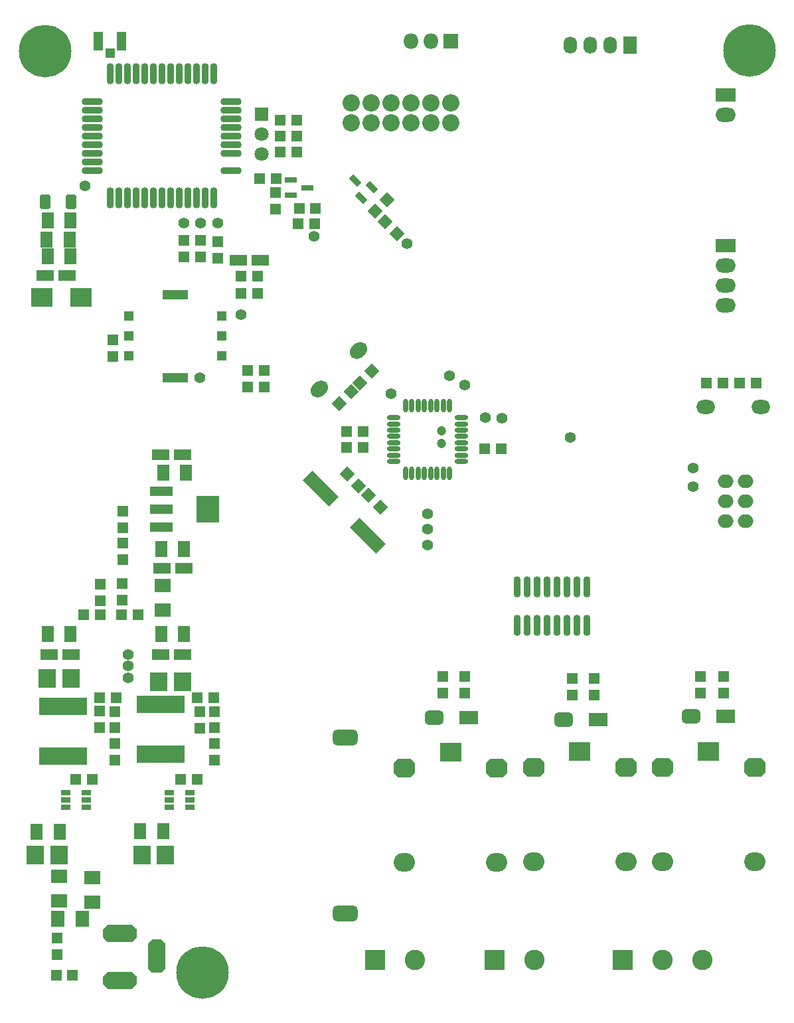
<source format=gbr>
G04*
G04 #@! TF.GenerationSoftware,Altium Limited,Altium Designer,24.2.2 (26)*
G04*
G04 Layer_Color=8388736*
%FSLAX44Y44*%
%MOMM*%
G71*
G04*
G04 #@! TF.SameCoordinates,8F8C662E-78E3-4B19-825C-435B122D3AAE*
G04*
G04*
G04 #@! TF.FilePolarity,Negative*
G04*
G01*
G75*
G04:AMPARAMS|DCode=53|XSize=1.8032mm|YSize=2.4032mm|CornerRadius=0.5016mm|HoleSize=0mm|Usage=FLASHONLY|Rotation=270.000|XOffset=0mm|YOffset=0mm|HoleType=Round|Shape=RoundedRectangle|*
%AMROUNDEDRECTD53*
21,1,1.8032,1.4000,0,0,270.0*
21,1,0.8000,2.4032,0,0,270.0*
1,1,1.0032,-0.7000,-0.4000*
1,1,1.0032,-0.7000,0.4000*
1,1,1.0032,0.7000,0.4000*
1,1,1.0032,0.7000,-0.4000*
%
%ADD53ROUNDEDRECTD53*%
%ADD54R,2.4032X1.8032*%
G04:AMPARAMS|DCode=55|XSize=1.8532mm|YSize=1.3032mm|CornerRadius=0.2391mm|HoleSize=0mm|Usage=FLASHONLY|Rotation=270.000|XOffset=0mm|YOffset=0mm|HoleType=Round|Shape=RoundedRectangle|*
%AMROUNDEDRECTD55*
21,1,1.8532,0.8250,0,0,270.0*
21,1,1.3750,1.3032,0,0,270.0*
1,1,0.4782,-0.4125,-0.6875*
1,1,0.4782,-0.4125,0.6875*
1,1,0.4782,0.4125,0.6875*
1,1,0.4782,0.4125,-0.6875*
%
%ADD55ROUNDEDRECTD55*%
G04:AMPARAMS|DCode=56|XSize=4.7032mm|YSize=1.7032mm|CornerRadius=0mm|HoleSize=0mm|Usage=FLASHONLY|Rotation=135.000|XOffset=0mm|YOffset=0mm|HoleType=Round|Shape=Rectangle|*
%AMROTATEDRECTD56*
4,1,4,2.2650,-1.0607,1.0607,-2.2650,-2.2650,1.0607,-1.0607,2.2650,2.2650,-1.0607,0.0*
%
%ADD56ROTATEDRECTD56*%

%ADD57O,0.9032X2.7032*%
%ADD58O,0.7032X1.7032*%
%ADD59O,1.7032X0.7032*%
%ADD60R,2.9032X3.5032*%
%ADD61R,2.9032X1.2032*%
%ADD62R,1.2032X0.7532*%
%ADD63R,1.2032X0.7532*%
G04:AMPARAMS|DCode=64|XSize=1.8mm|YSize=2.4mm|CornerRadius=0mm|HoleSize=0mm|Usage=FLASHONLY|Rotation=315.000|XOffset=0mm|YOffset=0mm|HoleType=Round|Shape=Round|*
%AMOVALD64*
21,1,0.6000,1.8000,0.0000,0.0000,45.0*
1,1,1.8000,-0.2121,-0.2121*
1,1,1.8000,0.2121,0.2121*
%
%ADD64OVALD64*%

%ADD65O,2.4000X1.8000*%
%ADD66P,1.9844X4X360.0*%
%ADD67P,1.9844X4X270.0*%
%ADD68R,1.4032X1.4032*%
%ADD69R,1.4032X1.4032*%
G04:AMPARAMS|DCode=70|XSize=0.8032mm|YSize=1.5032mm|CornerRadius=0mm|HoleSize=0mm|Usage=FLASHONLY|Rotation=225.000|XOffset=0mm|YOffset=0mm|HoleType=Round|Shape=Rectangle|*
%AMROTATEDRECTD70*
4,1,4,-0.2475,0.8154,0.8154,-0.2475,0.2475,-0.8154,-0.8154,0.2475,-0.2475,0.8154,0.0*
%
%ADD70ROTATEDRECTD70*%

%ADD71R,1.5032X0.8032*%
%ADD72O,0.9032X2.7032*%
%ADD73O,2.7032X0.9032*%
%ADD74R,6.2032X2.2032*%
%ADD75R,1.2532X2.4032*%
%ADD76R,1.2032X1.2532*%
%ADD77R,1.3032X1.2032*%
%ADD78R,3.2032X1.2032*%
%ADD79R,2.1032X1.7032*%
%ADD80R,1.7032X2.1032*%
%ADD81R,2.8032X2.4032*%
%ADD82R,1.5032X2.0032*%
%ADD83R,2.2032X1.4032*%
%ADD84R,2.2032X2.4032*%
%ADD85R,1.7032X2.2032*%
%ADD86O,1.7032X2.2032*%
%ADD87C,2.6032*%
%ADD88R,2.6032X2.6032*%
%ADD89O,2.0000X1.7000*%
%ADD90O,1.8542X1.9812*%
%ADD91R,1.8542X1.9812*%
%ADD92C,6.7032*%
%ADD93O,2.6032X1.8032*%
%ADD94R,2.6032X1.8032*%
G04:AMPARAMS|DCode=95|XSize=2.7032mm|YSize=2.4032mm|CornerRadius=0mm|HoleSize=0mm|Usage=FLASHONLY|Rotation=180.000|XOffset=0mm|YOffset=0mm|HoleType=Round|Shape=Octagon|*
%AMOCTAGOND95*
4,1,8,-1.3516,0.6008,-1.3516,-0.6008,-0.7508,-1.2016,0.7508,-1.2016,1.3516,-0.6008,1.3516,0.6008,0.7508,1.2016,-0.7508,1.2016,-1.3516,0.6008,0.0*
%
%ADD95OCTAGOND95*%

%ADD96O,2.7032X2.4032*%
%ADD97R,2.7032X2.4032*%
%ADD98R,1.8032X1.8032*%
%ADD99C,1.8032*%
G04:AMPARAMS|DCode=100|XSize=2.0032mm|YSize=3.2032mm|CornerRadius=0.5516mm|HoleSize=0mm|Usage=FLASHONLY|Rotation=270.000|XOffset=0mm|YOffset=0mm|HoleType=Round|Shape=RoundedRectangle|*
%AMROUNDEDRECTD100*
21,1,2.0032,2.1000,0,0,270.0*
21,1,0.9000,3.2032,0,0,270.0*
1,1,1.1032,-1.0500,-0.4500*
1,1,1.1032,-1.0500,0.4500*
1,1,1.1032,1.0500,0.4500*
1,1,1.1032,1.0500,-0.4500*
%
%ADD100ROUNDEDRECTD100*%
%ADD101C,2.2032*%
%ADD102C,1.2032*%
%ADD103C,1.4032*%
G36*
X221123Y374450D02*
X221254Y374423D01*
X221380Y374381D01*
X221499Y374322D01*
X221610Y374248D01*
X221710Y374160D01*
X226710Y369160D01*
X226798Y369060D01*
X226872Y368949D01*
X226931Y368830D01*
X226973Y368703D01*
X226999Y368573D01*
X227008Y368440D01*
Y358440D01*
X226999Y358307D01*
X226973Y358176D01*
X226931Y358050D01*
X226872Y357931D01*
X226798Y357820D01*
X226710Y357720D01*
X221710Y352720D01*
X221610Y352632D01*
X221499Y352558D01*
X221380Y352499D01*
X221254Y352457D01*
X221123Y352430D01*
X220990Y352422D01*
X190490D01*
X190357Y352430D01*
X190226Y352457D01*
X190100Y352499D01*
X189981Y352558D01*
X189870Y352632D01*
X189770Y352720D01*
X184770Y357720D01*
X184682Y357820D01*
X184608Y357931D01*
X184549Y358050D01*
X184506Y358176D01*
X184480Y358307D01*
X184472Y358440D01*
Y368440D01*
X184480Y368573D01*
X184506Y368703D01*
X184549Y368830D01*
X184608Y368949D01*
X184682Y369060D01*
X184770Y369160D01*
X189770Y374160D01*
X189870Y374248D01*
X189981Y374322D01*
X190100Y374381D01*
X190226Y374423D01*
X190357Y374450D01*
X190490Y374458D01*
X220990D01*
X221123Y374450D01*
D02*
G37*
G36*
X257873Y355699D02*
X258004Y355673D01*
X258130Y355631D01*
X258249Y355572D01*
X258360Y355498D01*
X258460Y355410D01*
X263460Y350410D01*
X263548Y350310D01*
X263622Y350199D01*
X263681Y350080D01*
X263724Y349953D01*
X263750Y349823D01*
X263758Y349690D01*
Y319190D01*
X263750Y319057D01*
X263724Y318926D01*
X263681Y318800D01*
X263622Y318681D01*
X263548Y318570D01*
X263460Y318470D01*
X258460Y313470D01*
X258360Y313382D01*
X258249Y313308D01*
X258130Y313249D01*
X258004Y313207D01*
X257873Y313181D01*
X257740Y313172D01*
X247740D01*
X247607Y313181D01*
X247477Y313207D01*
X247350Y313249D01*
X247231Y313308D01*
X247120Y313382D01*
X247020Y313470D01*
X242020Y318470D01*
X241932Y318570D01*
X241858Y318681D01*
X241799Y318800D01*
X241756Y318926D01*
X241730Y319057D01*
X241722Y319190D01*
Y349690D01*
X241730Y349823D01*
X241756Y349953D01*
X241799Y350080D01*
X241858Y350199D01*
X241932Y350310D01*
X242020Y350410D01*
X247020Y355410D01*
X247120Y355498D01*
X247231Y355572D01*
X247350Y355631D01*
X247477Y355673D01*
X247607Y355699D01*
X247740Y355708D01*
X257740D01*
X257873Y355699D01*
D02*
G37*
G36*
X221123Y314450D02*
X221254Y314424D01*
X221380Y314381D01*
X221499Y314322D01*
X221610Y314248D01*
X221710Y314160D01*
X226710Y309160D01*
X226798Y309060D01*
X226872Y308949D01*
X226931Y308830D01*
X226973Y308703D01*
X226999Y308573D01*
X227008Y308440D01*
Y298440D01*
X226999Y298307D01*
X226973Y298176D01*
X226931Y298050D01*
X226872Y297931D01*
X226798Y297820D01*
X226710Y297720D01*
X221710Y292720D01*
X221610Y292632D01*
X221499Y292558D01*
X221380Y292499D01*
X221254Y292456D01*
X221123Y292430D01*
X220990Y292422D01*
X190490D01*
X190357Y292430D01*
X190226Y292456D01*
X190100Y292499D01*
X189981Y292558D01*
X189870Y292632D01*
X189770Y292720D01*
X184770Y297720D01*
X184682Y297820D01*
X184608Y297931D01*
X184549Y298050D01*
X184506Y298176D01*
X184480Y298307D01*
X184472Y298440D01*
Y308440D01*
X184480Y308573D01*
X184506Y308703D01*
X184549Y308830D01*
X184608Y308949D01*
X184682Y309060D01*
X184770Y309160D01*
X189770Y314160D01*
X189870Y314248D01*
X189981Y314322D01*
X190100Y314381D01*
X190226Y314424D01*
X190357Y314450D01*
X190490Y314458D01*
X220990D01*
X221123Y314450D01*
D02*
G37*
D53*
X771750Y636270D02*
D03*
X934310Y640080D02*
D03*
X606650Y638810D02*
D03*
D54*
X815750Y636270D02*
D03*
X978310Y640080D02*
D03*
X650650Y638810D02*
D03*
D55*
X143490Y1296670D02*
D03*
X110490D02*
D03*
D56*
X521542Y870378D02*
D03*
X461438Y930482D02*
D03*
D57*
X801370Y805550D02*
D03*
X788670D02*
D03*
X775970D02*
D03*
X763270D02*
D03*
X750570D02*
D03*
X737870D02*
D03*
X725170D02*
D03*
X712470D02*
D03*
X801370Y756550D02*
D03*
X788670D02*
D03*
X775970D02*
D03*
X763270D02*
D03*
X750570D02*
D03*
X737870D02*
D03*
X725170D02*
D03*
X712470D02*
D03*
D58*
X626170Y1036148D02*
D03*
X618170D02*
D03*
X610170D02*
D03*
X602170D02*
D03*
X594170D02*
D03*
X586170D02*
D03*
X578170D02*
D03*
X570170D02*
D03*
X626170Y950132D02*
D03*
X618170D02*
D03*
X610170D02*
D03*
X602170D02*
D03*
X594170D02*
D03*
X586170D02*
D03*
X578170D02*
D03*
X570170D02*
D03*
D59*
X641178Y965140D02*
D03*
Y973140D02*
D03*
Y981140D02*
D03*
Y989140D02*
D03*
Y997140D02*
D03*
Y1005140D02*
D03*
Y1013140D02*
D03*
Y1021140D02*
D03*
X555162D02*
D03*
Y1013140D02*
D03*
Y1005140D02*
D03*
Y997140D02*
D03*
Y989140D02*
D03*
Y981140D02*
D03*
Y973140D02*
D03*
Y965140D02*
D03*
D60*
X317500Y904240D02*
D03*
D61*
X258500Y881240D02*
D03*
Y904240D02*
D03*
Y927240D02*
D03*
D62*
X294940Y542900D02*
D03*
X268940Y533400D02*
D03*
Y523900D02*
D03*
X294940D02*
D03*
Y533400D02*
D03*
X162860Y542900D02*
D03*
X136860Y533400D02*
D03*
Y523900D02*
D03*
X162860D02*
D03*
Y533400D02*
D03*
D63*
X268940Y542900D02*
D03*
X136860Y542900D02*
D03*
D64*
X509889Y1106789D02*
D03*
X460391Y1057291D02*
D03*
D65*
X953060Y1035050D02*
D03*
X1023060D02*
D03*
D66*
X485675Y1039395D02*
D03*
X500524Y1054244D02*
D03*
X531395Y1284505D02*
D03*
X546244Y1299354D02*
D03*
X511826Y1065546D02*
D03*
X526675Y1080395D02*
D03*
D67*
X544095Y1270735D02*
D03*
X558944Y1255886D02*
D03*
X495417Y949317D02*
D03*
X510266Y934468D02*
D03*
X537566Y907168D02*
D03*
X522717Y922017D02*
D03*
D68*
X410260Y1400810D02*
D03*
X431260D02*
D03*
X410260Y1380490D02*
D03*
X431260D02*
D03*
X410210Y1360170D02*
D03*
X431210D02*
D03*
X405080Y1325880D02*
D03*
X384080D02*
D03*
X434390Y1287780D02*
D03*
X455390D02*
D03*
X1017220Y1065530D02*
D03*
X996220D02*
D03*
X124510Y309880D02*
D03*
X145510D02*
D03*
X325230Y664210D02*
D03*
X304230D02*
D03*
X200610D02*
D03*
X179610D02*
D03*
X453890Y1268730D02*
D03*
X432890D02*
D03*
X159680Y769620D02*
D03*
X180680D02*
D03*
X207940D02*
D03*
X228940D02*
D03*
X360086Y1179830D02*
D03*
X381086D02*
D03*
X360086Y1201420D02*
D03*
X381086D02*
D03*
X974684Y1065530D02*
D03*
X953684D02*
D03*
X516214Y1003300D02*
D03*
X495214D02*
D03*
X671236Y981710D02*
D03*
X692236D02*
D03*
X516214Y982980D02*
D03*
X495214D02*
D03*
X304124Y560070D02*
D03*
X283124D02*
D03*
X170774Y560070D02*
D03*
X149774D02*
D03*
D69*
X308610Y1247090D02*
D03*
Y1226090D02*
D03*
X330200Y1245870D02*
D03*
Y1224870D02*
D03*
X287020Y1247140D02*
D03*
Y1226140D02*
D03*
X403860Y1308100D02*
D03*
Y1287100D02*
D03*
X810260Y688340D02*
D03*
Y667340D02*
D03*
X645160Y690880D02*
D03*
Y669880D02*
D03*
X975360Y690880D02*
D03*
Y669880D02*
D03*
X209550Y860930D02*
D03*
Y839930D02*
D03*
X180340Y787450D02*
D03*
Y808450D02*
D03*
X208280Y788720D02*
D03*
Y809720D02*
D03*
X307340Y624890D02*
D03*
Y645890D02*
D03*
X326390Y584250D02*
D03*
Y605250D02*
D03*
X179960Y626190D02*
D03*
Y647190D02*
D03*
X199390Y584200D02*
D03*
Y605200D02*
D03*
X782320Y667680D02*
D03*
Y688680D02*
D03*
X617220Y670220D02*
D03*
Y691220D02*
D03*
X946150Y670220D02*
D03*
Y691220D02*
D03*
X209550Y901960D02*
D03*
Y880960D02*
D03*
X125730Y357210D02*
D03*
Y336210D02*
D03*
X389890Y1081364D02*
D03*
Y1060364D02*
D03*
X368300Y1081364D02*
D03*
Y1060364D02*
D03*
X196850Y1099226D02*
D03*
Y1120226D02*
D03*
X326390Y625516D02*
D03*
Y646516D02*
D03*
X199010Y625436D02*
D03*
Y646436D02*
D03*
D70*
X505655Y1323145D02*
D03*
X527222Y1315013D02*
D03*
X513787Y1301578D02*
D03*
D71*
X444840Y1314450D02*
D03*
X423840Y1304950D02*
D03*
Y1323950D02*
D03*
D72*
X193080Y1301490D02*
D03*
X204080D02*
D03*
X215080D02*
D03*
X226080D02*
D03*
X237080D02*
D03*
X248080D02*
D03*
X259080D02*
D03*
X270080D02*
D03*
X281080D02*
D03*
X292080D02*
D03*
X303080D02*
D03*
X314080D02*
D03*
X325080D02*
D03*
Y1459490D02*
D03*
X314080D02*
D03*
X303080D02*
D03*
X292080D02*
D03*
X281080D02*
D03*
X270080D02*
D03*
X259080D02*
D03*
X248080D02*
D03*
X237080D02*
D03*
X226080D02*
D03*
X215080D02*
D03*
X204080D02*
D03*
X193080D02*
D03*
D73*
X347580Y1336490D02*
D03*
Y1358490D02*
D03*
Y1369490D02*
D03*
Y1380490D02*
D03*
Y1391490D02*
D03*
Y1402490D02*
D03*
Y1413490D02*
D03*
Y1424490D02*
D03*
X170580D02*
D03*
Y1413490D02*
D03*
Y1402490D02*
D03*
Y1391490D02*
D03*
Y1380490D02*
D03*
Y1369490D02*
D03*
Y1358490D02*
D03*
Y1347490D02*
D03*
Y1336490D02*
D03*
D74*
X257810Y655570D02*
D03*
Y591570D02*
D03*
X133350Y653030D02*
D03*
Y589030D02*
D03*
D75*
X178290Y1501140D02*
D03*
X207790D02*
D03*
D76*
X193040Y1486140D02*
D03*
D77*
X335280Y1150620D02*
D03*
Y1125220D02*
D03*
Y1099820D02*
D03*
X217280Y1150620D02*
D03*
Y1125220D02*
D03*
Y1099820D02*
D03*
D78*
X276280Y1178220D02*
D03*
Y1072220D02*
D03*
D79*
X260350Y806710D02*
D03*
Y775710D02*
D03*
X170180Y434600D02*
D03*
Y403600D02*
D03*
X128270Y435870D02*
D03*
Y404870D02*
D03*
D80*
X126740Y382270D02*
D03*
X157740D02*
D03*
D81*
X105810Y1174750D02*
D03*
X155810D02*
D03*
D82*
X142610Y1272540D02*
D03*
X113610D02*
D03*
X141340Y1248410D02*
D03*
X112340D02*
D03*
X142770Y1226820D02*
D03*
X113770D02*
D03*
X290090Y951230D02*
D03*
X261090D02*
D03*
X258550Y853440D02*
D03*
X287550D02*
D03*
X258550Y745490D02*
D03*
X287550D02*
D03*
X260880Y494030D02*
D03*
X231880D02*
D03*
X142770Y745490D02*
D03*
X113770D02*
D03*
X128800Y492760D02*
D03*
X99800D02*
D03*
D83*
X110460Y1202690D02*
D03*
X138460D02*
D03*
X384840Y1221740D02*
D03*
X356840D02*
D03*
X257780Y974090D02*
D03*
X285780D02*
D03*
X287050Y829310D02*
D03*
X259050D02*
D03*
X285780Y718820D02*
D03*
X257780D02*
D03*
X115540D02*
D03*
X143540D02*
D03*
D84*
X263920Y463550D02*
D03*
X233920D02*
D03*
X255510Y684530D02*
D03*
X285510D02*
D03*
X128030Y463550D02*
D03*
X98030D02*
D03*
X143270Y688340D02*
D03*
X113270D02*
D03*
D85*
X855980Y1496568D02*
D03*
D86*
X830580D02*
D03*
X805180D02*
D03*
X779780D02*
D03*
D87*
X581660Y329560D02*
D03*
X734060D02*
D03*
X897890D02*
D03*
X948690D02*
D03*
D88*
X530860D02*
D03*
X683260D02*
D03*
X847090D02*
D03*
D89*
X1003300Y889000D02*
D03*
X977900D02*
D03*
X1003300Y914400D02*
D03*
X977900D02*
D03*
X1003300Y939800D02*
D03*
X977900D02*
D03*
D90*
X576580Y1501140D02*
D03*
X601980D02*
D03*
D91*
X627380D02*
D03*
D92*
X311150Y313690D02*
D03*
X1008380Y1489710D02*
D03*
X110490Y1488440D02*
D03*
D93*
X977900Y1407590D02*
D03*
Y1215390D02*
D03*
Y1189990D02*
D03*
Y1164590D02*
D03*
D94*
Y1432990D02*
D03*
Y1240790D02*
D03*
D95*
X733400Y574660D02*
D03*
X850900D02*
D03*
X568630Y574260D02*
D03*
X686130D02*
D03*
X897890Y574660D02*
D03*
X1015390D02*
D03*
D96*
X733400Y454660D02*
D03*
X850900D02*
D03*
X568630Y454260D02*
D03*
X686130D02*
D03*
X897890Y454660D02*
D03*
X1015390D02*
D03*
D97*
X792150Y595160D02*
D03*
X627380Y594760D02*
D03*
X956640Y595160D02*
D03*
D98*
X386080Y1408430D02*
D03*
D99*
Y1383030D02*
D03*
Y1357630D02*
D03*
D100*
X493014Y612902D02*
D03*
X492760Y388620D02*
D03*
D101*
X627380Y1422400D02*
D03*
Y1397000D02*
D03*
X601980Y1422400D02*
D03*
X576580D02*
D03*
X551180D02*
D03*
X525780D02*
D03*
X500380D02*
D03*
X601980Y1397000D02*
D03*
X576580D02*
D03*
X551180D02*
D03*
X525780D02*
D03*
X500380D02*
D03*
D102*
X615950Y988060D02*
D03*
Y1004570D02*
D03*
D103*
X287020Y1269548D02*
D03*
X308610D02*
D03*
X215900Y689610D02*
D03*
Y704215D02*
D03*
Y718820D02*
D03*
X779780Y995680D02*
D03*
X161290Y1316990D02*
D03*
X453360Y1252456D02*
D03*
X551180Y1051560D02*
D03*
X598170Y878675D02*
D03*
Y898829D02*
D03*
Y858520D02*
D03*
X307340Y1071880D02*
D03*
X360472Y1152169D02*
D03*
X330200Y1269548D02*
D03*
X571500Y1243330D02*
D03*
X692784Y1020180D02*
D03*
X671676Y1021145D02*
D03*
X645160Y1062990D02*
D03*
X626110Y1074420D02*
D03*
X936589Y933450D02*
D03*
Y957007D02*
D03*
M02*

</source>
